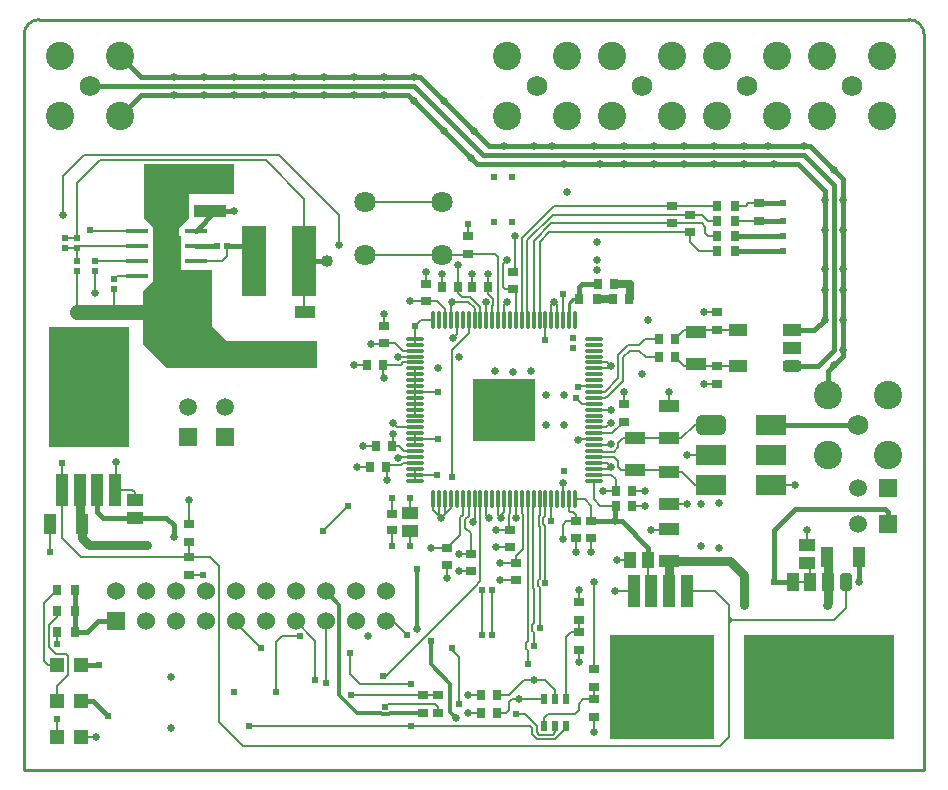
<source format=gtl>
%FSLAX44Y44*%
%MOMM*%
G71*
G01*
G75*
G04 Layer_Physical_Order=1*
G04 Layer_Color=255*
%ADD10R,1.8034X1.1176*%
%ADD11R,5.3000X5.3000*%
%ADD12O,1.6500X0.2700*%
%ADD13O,0.2700X1.6500*%
%ADD14R,1.2700X1.2700*%
%ADD15R,0.7000X0.9000*%
%ADD16R,0.8000X0.9000*%
%ADD17R,0.9000X0.8000*%
%ADD18R,2.5400X1.6510*%
G04:AMPARAMS|DCode=19|XSize=1.651mm|YSize=2.54mm|CornerRadius=0.4128mm|HoleSize=0mm|Usage=FLASHONLY|Rotation=270.000|XOffset=0mm|YOffset=0mm|HoleType=Round|Shape=RoundedRectangle|*
%AMROUNDEDRECTD19*
21,1,1.6510,1.7145,0,0,270.0*
21,1,0.8255,2.5400,0,0,270.0*
1,1,0.8255,-0.8572,-0.4128*
1,1,0.8255,-0.8572,0.4128*
1,1,0.8255,0.8572,0.4128*
1,1,0.8255,0.8572,-0.4128*
%
%ADD19ROUNDEDRECTD19*%
%ADD20R,0.9000X0.7000*%
%ADD21R,1.7000X1.1000*%
%ADD22R,1.0000X2.7000*%
%ADD23R,3.2000X2.7000*%
%ADD24R,0.6096X0.5588*%
%ADD25R,2.6924X1.1176*%
%ADD26R,0.5588X0.6096*%
%ADD27R,2.0000X6.0000*%
%ADD28R,1.4000X1.1000*%
%ADD29R,1.1000X1.7000*%
%ADD30R,1.1000X1.4000*%
G04:AMPARAMS|DCode=31|XSize=1mm|YSize=1.55mm|CornerRadius=0.25mm|HoleSize=0mm|Usage=FLASHONLY|Rotation=270.000|XOffset=0mm|YOffset=0mm|HoleType=Round|Shape=RoundedRectangle|*
%AMROUNDEDRECTD31*
21,1,1.0000,1.0500,0,0,270.0*
21,1,0.5000,1.5500,0,0,270.0*
1,1,0.5000,-0.5250,-0.2500*
1,1,0.5000,-0.5250,0.2500*
1,1,0.5000,0.5250,0.2500*
1,1,0.5000,0.5250,-0.2500*
%
%ADD31ROUNDEDRECTD31*%
%ADD32R,1.5500X1.0000*%
%ADD33R,3.3000X1.8000*%
%ADD34R,1.0000X1.5000*%
G04:AMPARAMS|DCode=35|XSize=1mm|YSize=1.5mm|CornerRadius=0.25mm|HoleSize=0mm|Usage=FLASHONLY|Rotation=180.000|XOffset=0mm|YOffset=0mm|HoleType=Round|Shape=RoundedRectangle|*
%AMROUNDEDRECTD35*
21,1,1.0000,1.0000,0,0,180.0*
21,1,0.5000,1.5000,0,0,180.0*
1,1,0.5000,-0.2500,0.5000*
1,1,0.5000,0.2500,0.5000*
1,1,0.5000,0.2500,-0.5000*
1,1,0.5000,-0.2500,-0.5000*
%
%ADD35ROUNDEDRECTD35*%
%ADD36R,2.3876X3.0988*%
%ADD37R,1.9812X0.4608*%
%ADD38R,0.6000X0.8500*%
%ADD39C,0.2032*%
%ADD40C,0.3048*%
%ADD41C,1.2700*%
%ADD42C,0.4064*%
%ADD43C,0.4277*%
%ADD44C,0.3999*%
%ADD45C,0.4572*%
%ADD46C,0.7620*%
%ADD47C,0.6350*%
%ADD48C,0.2540*%
%ADD49R,6.8580X10.1600*%
%ADD50R,8.8900X8.8900*%
%ADD51R,12.7000X8.8900*%
%ADD52R,1.5240X1.5240*%
%ADD53C,1.5240*%
%ADD54C,1.8000*%
%ADD55C,1.7272*%
%ADD56C,2.4000*%
%ADD57C,1.5000*%
%ADD58R,1.5000X1.5000*%
%ADD59R,1.5000X1.5000*%
%ADD60C,0.6096*%
%ADD61C,0.6350*%
%ADD62C,0.6600*%
%ADD63C,1.0160*%
G36*
X368300Y683260D02*
X330290D01*
Y662940D01*
X321400Y654050D01*
Y618490D01*
X349250D01*
Y571500D01*
X361950Y558800D01*
X438150D01*
Y535940D01*
X311150D01*
X290830Y556260D01*
X290920Y575310D01*
Y600710D01*
X299810Y609600D01*
Y655320D01*
X292190Y662940D01*
Y698500D01*
Y708660D01*
X368300D01*
Y683260D01*
D02*
G37*
D10*
X427990Y552704D02*
D03*
Y582676D02*
D03*
D11*
X596900Y500380D02*
D03*
D12*
X672650Y560380D02*
D03*
Y555380D02*
D03*
Y550380D02*
D03*
Y545380D02*
D03*
Y540380D02*
D03*
Y535380D02*
D03*
Y530380D02*
D03*
Y525380D02*
D03*
Y520380D02*
D03*
Y515380D02*
D03*
Y510380D02*
D03*
Y505380D02*
D03*
Y500380D02*
D03*
Y495380D02*
D03*
Y490380D02*
D03*
Y485380D02*
D03*
Y480380D02*
D03*
Y475380D02*
D03*
Y470380D02*
D03*
Y465380D02*
D03*
Y460380D02*
D03*
Y455380D02*
D03*
Y450380D02*
D03*
Y445380D02*
D03*
Y440380D02*
D03*
X521150D02*
D03*
Y445380D02*
D03*
Y450380D02*
D03*
Y455380D02*
D03*
Y460380D02*
D03*
Y465380D02*
D03*
Y470380D02*
D03*
Y475380D02*
D03*
Y480380D02*
D03*
Y485380D02*
D03*
Y490380D02*
D03*
Y495380D02*
D03*
Y500380D02*
D03*
Y505380D02*
D03*
Y510380D02*
D03*
Y515380D02*
D03*
Y520380D02*
D03*
Y525380D02*
D03*
Y530380D02*
D03*
Y535380D02*
D03*
Y540380D02*
D03*
Y545380D02*
D03*
Y550380D02*
D03*
Y555380D02*
D03*
Y560380D02*
D03*
D13*
X656900Y424630D02*
D03*
X651900D02*
D03*
X646900D02*
D03*
X641900D02*
D03*
X636900D02*
D03*
X631900D02*
D03*
X626900D02*
D03*
X621900D02*
D03*
X616900D02*
D03*
X611900D02*
D03*
X606900D02*
D03*
X601900D02*
D03*
X596900D02*
D03*
X591900D02*
D03*
X586900D02*
D03*
X581900D02*
D03*
X576900D02*
D03*
X571900D02*
D03*
X566900D02*
D03*
X561900D02*
D03*
X556900D02*
D03*
X551900D02*
D03*
X546900D02*
D03*
X541900D02*
D03*
X536900D02*
D03*
Y576130D02*
D03*
X541900D02*
D03*
X546900D02*
D03*
X551900D02*
D03*
X556900D02*
D03*
X561900D02*
D03*
X566900D02*
D03*
X571900D02*
D03*
X576900D02*
D03*
X581900D02*
D03*
X586900D02*
D03*
X591900D02*
D03*
X596900D02*
D03*
X601900D02*
D03*
X606900D02*
D03*
X611900D02*
D03*
X616900D02*
D03*
X621900D02*
D03*
X626900D02*
D03*
X631900D02*
D03*
X636900D02*
D03*
X641900D02*
D03*
X646900D02*
D03*
X651900D02*
D03*
X656900D02*
D03*
D14*
X238760Y223520D02*
D03*
X218440D02*
D03*
X238760Y284480D02*
D03*
X218440D02*
D03*
X238760Y254000D02*
D03*
X218440D02*
D03*
D15*
X218560Y347980D02*
D03*
X233560D02*
D03*
X218560Y330200D02*
D03*
X233560D02*
D03*
X218560Y312420D02*
D03*
X233560D02*
D03*
X675520Y594360D02*
D03*
X660520D02*
D03*
X777360Y647820D02*
D03*
X792360D02*
D03*
X777360Y673220D02*
D03*
X792360D02*
D03*
X777360Y635120D02*
D03*
X792360D02*
D03*
X777360Y660520D02*
D03*
X792360D02*
D03*
D16*
X705500Y431800D02*
D03*
X691500D02*
D03*
X705500Y419100D02*
D03*
X691500D02*
D03*
X577200Y243840D02*
D03*
X591200D02*
D03*
X741680Y544830D02*
D03*
X727680D02*
D03*
X741680Y560070D02*
D03*
X727680D02*
D03*
X690260Y607060D02*
D03*
X676260D02*
D03*
X702960Y594360D02*
D03*
X688960D02*
D03*
X569580Y604520D02*
D03*
X583580D02*
D03*
X544180D02*
D03*
X558180D02*
D03*
X480680Y538480D02*
D03*
X494680D02*
D03*
X483220Y452120D02*
D03*
X497220D02*
D03*
X488300Y469900D02*
D03*
X502300D02*
D03*
X577200Y259080D02*
D03*
X591200D02*
D03*
D17*
X670560Y391780D02*
D03*
Y405780D02*
D03*
X657860Y391780D02*
D03*
Y405780D02*
D03*
X548640Y368920D02*
D03*
Y382920D02*
D03*
X604520Y616600D02*
D03*
Y602600D02*
D03*
X607060Y356220D02*
D03*
Y370220D02*
D03*
X601980Y384160D02*
D03*
Y398160D02*
D03*
X530860Y606440D02*
D03*
Y592440D02*
D03*
X495300Y570880D02*
D03*
Y556880D02*
D03*
X568960Y363840D02*
D03*
Y377840D02*
D03*
X501650Y412130D02*
D03*
Y398130D02*
D03*
D18*
X822960Y436880D02*
D03*
Y462280D02*
D03*
Y487680D02*
D03*
X772160Y436880D02*
D03*
Y462280D02*
D03*
D19*
Y487680D02*
D03*
D20*
X698500Y505340D02*
D03*
Y490340D02*
D03*
X330200Y375800D02*
D03*
Y360800D02*
D03*
Y403740D02*
D03*
Y388740D02*
D03*
X566420Y632580D02*
D03*
Y647580D02*
D03*
X673100Y240030D02*
D03*
Y255030D02*
D03*
Y265430D02*
D03*
Y280430D02*
D03*
X660400Y297300D02*
D03*
Y312300D02*
D03*
Y322700D02*
D03*
Y337700D02*
D03*
X777240Y567810D02*
D03*
Y582810D02*
D03*
Y522090D02*
D03*
Y537090D02*
D03*
X812800Y675520D02*
D03*
Y660520D02*
D03*
X528320Y243960D02*
D03*
Y258960D02*
D03*
X541020Y258960D02*
D03*
Y243960D02*
D03*
X739140Y673100D02*
D03*
Y658100D02*
D03*
X754380Y665480D02*
D03*
Y650480D02*
D03*
D21*
X707750Y476330D02*
D03*
Y449330D02*
D03*
X736600Y476720D02*
D03*
Y503720D02*
D03*
Y420840D02*
D03*
Y447840D02*
D03*
Y372580D02*
D03*
Y399580D02*
D03*
X759460Y538950D02*
D03*
Y565950D02*
D03*
D22*
X222610Y432780D02*
D03*
X237610D02*
D03*
X252610D02*
D03*
X267610D02*
D03*
X751480Y347000D02*
D03*
X736480D02*
D03*
X721480D02*
D03*
X706480D02*
D03*
D23*
X245110Y491780D02*
D03*
X728980Y288000D02*
D03*
D24*
X250190Y626491D02*
D03*
Y618109D02*
D03*
X266700Y611251D02*
D03*
Y602869D02*
D03*
X234950Y626491D02*
D03*
Y618109D02*
D03*
Y645541D02*
D03*
Y637159D02*
D03*
X224790Y645541D02*
D03*
Y637159D02*
D03*
D25*
X347980Y668274D02*
D03*
Y698246D02*
D03*
D26*
X353949Y638810D02*
D03*
X362331D02*
D03*
D27*
X384900Y626110D02*
D03*
X427900D02*
D03*
D28*
X284480Y409060D02*
D03*
Y424060D02*
D03*
X853440Y370960D02*
D03*
Y385960D02*
D03*
X516890Y397750D02*
D03*
Y412750D02*
D03*
D29*
X870420Y375920D02*
D03*
X897420D02*
D03*
X239560Y403860D02*
D03*
X212560D02*
D03*
D30*
X718700Y373380D02*
D03*
X703700D02*
D03*
D31*
X840630Y537450D02*
D03*
D32*
Y552450D02*
D03*
Y567450D02*
D03*
X795130D02*
D03*
Y537450D02*
D03*
D33*
X863600Y291080D02*
D03*
D34*
X841100Y354080D02*
D03*
X856100D02*
D03*
X871100D02*
D03*
D35*
X886100D02*
D03*
D36*
X311150Y632460D02*
D03*
D37*
X335788Y651510D02*
D03*
Y638810D02*
D03*
Y626110D02*
D03*
Y613410D02*
D03*
X286512D02*
D03*
Y626110D02*
D03*
Y638810D02*
D03*
Y651510D02*
D03*
D38*
X649580Y232590D02*
D03*
X640080D02*
D03*
X630580D02*
D03*
Y255090D02*
D03*
X640080D02*
D03*
X649580D02*
D03*
D39*
X496570Y321310D02*
X502920D01*
X514350Y309880D01*
X409194Y308864D02*
X424180D01*
X403860Y303530D02*
X409194Y308864D01*
X403866Y261626D02*
Y290555D01*
X403860Y261620D02*
X403866Y261626D01*
X403860Y290561D02*
Y303530D01*
Y290561D02*
X403866Y290555D01*
X420370Y321310D02*
X436880Y304800D01*
X474980Y267970D02*
X518160D01*
X496677Y275030D02*
X571953Y350306D01*
X528320Y258960D02*
X541020D01*
X436880Y271780D02*
Y304800D01*
X445770Y269240D02*
Y321310D01*
X266700Y582930D02*
Y602869D01*
X234950Y582930D02*
Y618109D01*
X223520Y665480D02*
Y698500D01*
X406400Y716280D02*
X457200Y665480D01*
Y640080D02*
Y665480D01*
X223520Y698500D02*
X241300Y716280D01*
X406400D01*
X552450Y297180D02*
Y298450D01*
Y297180D02*
X558800Y290830D01*
Y251460D02*
Y290830D01*
X646900Y424630D02*
Y438620D01*
X605790Y617870D02*
Y647700D01*
X612068Y576298D02*
Y646033D01*
X616686Y576344D02*
Y642293D01*
X621900Y576130D02*
Y641760D01*
X616686Y642293D02*
Y644139D01*
X621900Y641760D02*
Y643606D01*
X626900Y642140D02*
X635240Y650480D01*
X626900Y576130D02*
Y642140D01*
X330220Y360779D02*
X341630D01*
X330200Y360800D02*
X330220Y360779D01*
X330320Y360680D01*
X218440Y223520D02*
Y238760D01*
X217424Y293878D02*
X226052D01*
X211582Y299720D02*
X217424Y293878D01*
X211582Y299720D02*
Y317753D01*
X207518Y287782D02*
Y336938D01*
X218440Y266700D02*
X227838Y276098D01*
Y292092D01*
X226052Y293878D02*
X227838Y292092D01*
X218560Y302380D02*
Y312420D01*
X218440Y254000D02*
Y266700D01*
X210820Y284480D02*
X218440D01*
X207518Y287782D02*
X210820Y284480D01*
X211582Y317753D02*
X218560Y324731D01*
Y330200D01*
X207518Y336938D02*
X218560Y347980D01*
X691500Y431800D02*
Y441340D01*
X687460Y445380D02*
X691500Y441340D01*
X672650Y445380D02*
X687460D01*
X678180Y419100D02*
X691500D01*
X672650Y424630D02*
X678180Y419100D01*
X672650Y424630D02*
Y440380D01*
X665030Y424630D02*
X670560Y419100D01*
X656900Y424630D02*
X665030D01*
X607060Y370220D02*
Y376429D01*
X594360Y410788D02*
X596900Y413328D01*
X594360Y408940D02*
Y410788D01*
X600837Y399303D02*
X601980Y398160D01*
X600837Y399303D02*
Y411518D01*
X596900Y413328D02*
Y424630D01*
X600837Y411518D02*
X601900Y412581D01*
Y424630D01*
X568960Y377840D02*
Y395620D01*
X564007Y400573D02*
X568960Y395620D01*
X564007Y400573D02*
Y407708D01*
X566900Y410601D01*
Y424630D01*
X570230Y405130D02*
X571900Y406800D01*
Y424630D01*
X497220Y452120D02*
X498617Y453517D01*
X494807Y538607D02*
X509308D01*
X494680Y538480D02*
X494807Y538607D01*
X509308D02*
X511081Y540380D01*
X521150D01*
X495300Y556880D02*
X504840D01*
X511340Y550380D01*
X521150D01*
X621900Y643606D02*
X636394Y658100D01*
X611900Y576130D02*
X612068Y576298D01*
X616686Y576344D02*
X616900Y576130D01*
X696210Y449330D02*
X707750D01*
X693420Y452120D02*
X696210Y449330D01*
X693420Y452120D02*
Y457200D01*
X690240Y460380D02*
X693420Y457200D01*
X672650Y460380D02*
X690240D01*
X673083Y464947D02*
X689648D01*
X672650Y465380D02*
X673083Y464947D01*
X735110Y449330D02*
X736600Y447840D01*
X707750Y449330D02*
X735110D01*
X736210Y476330D02*
X736600Y476720D01*
X707750Y476330D02*
X736210D01*
X758190Y487680D02*
X772160D01*
X746760Y476250D02*
X758190Y487680D01*
X737070Y476250D02*
X746760D01*
X736600Y476720D02*
X737070Y476250D01*
X758190Y436880D02*
X772160D01*
X747230Y447840D02*
X758190Y436880D01*
X736600Y447840D02*
X747230D01*
X749060Y537450D02*
X759570D01*
X741680Y544830D02*
X749060Y537450D01*
Y567450D02*
X759570D01*
X741680Y560070D02*
X749060Y567450D01*
X683900Y540380D02*
X687070Y537210D01*
X659530Y475380D02*
X672650D01*
X659130Y474980D02*
X659530Y475380D01*
X688540Y480380D02*
X698500Y490340D01*
X672650Y480380D02*
X688540D01*
X672650Y485380D02*
X683500D01*
X687070Y488950D01*
X686280Y470380D02*
X687070Y471170D01*
X683810Y455380D02*
X687070Y452120D01*
X672650Y455380D02*
X683810D01*
X672650Y450380D02*
X685330D01*
X687070Y452120D01*
X672650Y470380D02*
X686280D01*
X641900Y576130D02*
Y588730D01*
X638810Y591820D02*
X641900Y588730D01*
X672650Y540380D02*
X683900D01*
X672650Y500380D02*
X687070D01*
X246380Y652780D02*
X247650Y651510D01*
X286512D01*
X224790Y637159D02*
X234950D01*
Y626491D02*
Y637159D01*
X236601Y638810D02*
X286512D01*
X234950Y637159D02*
X236601Y638810D01*
X224790Y645541D02*
X234950D01*
Y692150D02*
X254508Y711708D01*
X222610Y432780D02*
Y455570D01*
Y392070D02*
Y432780D01*
Y392070D02*
X238880Y375800D01*
X362331Y630301D02*
Y638810D01*
X358140Y626110D02*
X362331Y630301D01*
X335788Y626110D02*
X358140D01*
X266700Y611251D02*
X268859Y613410D01*
X286512D01*
X395052Y711708D02*
X427900Y678860D01*
X254508Y711708D02*
X395052D01*
X234950Y645541D02*
Y692150D01*
X427900Y582766D02*
X427990Y582676D01*
X250190Y626491D02*
X250571Y626110D01*
X286512D01*
X551900Y591270D02*
X552450Y591820D01*
X551900Y576130D02*
Y591270D01*
X507280Y545380D02*
X521150D01*
X506730Y544830D02*
X507280Y545380D01*
X250190Y599440D02*
Y618109D01*
X606900Y424630D02*
X607060Y424470D01*
Y408940D02*
Y424470D01*
X591900Y411400D02*
Y424630D01*
Y411400D02*
X594360Y408940D01*
X581900Y411240D02*
Y424630D01*
X507370Y460380D02*
X521150D01*
X506730Y459740D02*
X507370Y460380D01*
X267610Y432780D02*
X267970Y433140D01*
X541900Y410600D02*
Y424630D01*
Y410600D02*
X543560Y408940D01*
X546900Y412280D01*
X551900Y417280D02*
Y424630D01*
X841100Y354080D02*
X856100D01*
Y368300D01*
X853440Y370960D02*
X856100Y368300D01*
X718700Y349780D02*
X721480Y347000D01*
X718700Y349780D02*
Y373380D01*
X775680Y347000D02*
X787400Y335280D01*
X751480Y347000D02*
X775680D01*
X631840Y559420D02*
X631900Y559480D01*
Y576130D01*
X581660Y591820D02*
X581900Y591580D01*
X604520Y602600D02*
X606900Y600220D01*
X591900Y576130D02*
X591947Y576177D01*
X576298Y576732D02*
X576900Y576130D01*
X558180Y599044D02*
X561340Y595884D01*
X558180Y599044D02*
Y604520D01*
X546900Y576130D02*
Y585940D01*
X540400Y592440D02*
X546900Y585940D01*
X530860Y592440D02*
X540400D01*
X646900Y576130D02*
Y598640D01*
X636900Y576130D02*
Y589910D01*
X638810Y591820D01*
X636394Y658100D02*
X739140D01*
X612114Y646033D02*
X639181Y673100D01*
X739140D01*
X635240Y650480D02*
X754380D01*
X777240Y673100D02*
X777360Y673220D01*
X739140Y673100D02*
X777240D01*
X739140Y658100D02*
X764300D01*
X767080Y655320D01*
Y650240D02*
Y655320D01*
Y650240D02*
X769620Y647700D01*
X777240D01*
X777360Y647820D01*
X754380Y642620D02*
Y650480D01*
Y642620D02*
X762000Y635000D01*
X777240D01*
X777360Y635120D01*
X238880Y375800D02*
X330200D01*
X347860D01*
X355600Y368060D01*
X705500Y431800D02*
X705500Y431800D01*
X734860Y419100D02*
X736600Y420840D01*
X751840Y462280D02*
X772160D01*
X698500Y505340D02*
X698620Y505460D01*
X698500Y505340D02*
X698500Y505340D01*
X737070Y420370D02*
X751840D01*
X736600Y420840D02*
X737070Y420370D01*
X721360Y398780D02*
X735800D01*
X736600Y399580D01*
X705500Y419100D02*
X716280D01*
X705500Y419100D02*
X705500Y419100D01*
Y431800D02*
X716280D01*
X705500Y431800D02*
X705500Y431800D01*
X670560Y379730D02*
Y391780D01*
Y379730D02*
X670560Y379730D01*
X657860Y379730D02*
Y391780D01*
Y379730D02*
X657860Y379730D01*
X822960Y436880D02*
X843280D01*
X238760Y223520D02*
X251460D01*
X680720Y431800D02*
X691500D01*
X691500Y431800D01*
X703700Y373380D02*
X703700Y373380D01*
X692150Y373380D02*
X703700D01*
X284480Y424060D02*
Y430530D01*
X267970Y433140D02*
Y455930D01*
X282230Y432780D02*
X284480Y430530D01*
X267610Y432780D02*
X282230D01*
X502920Y470520D02*
Y480060D01*
X502300Y469900D02*
X502920Y470520D01*
X477520Y469900D02*
X488300D01*
X488300Y469900D01*
X561900Y411348D02*
Y424630D01*
X559943Y409391D02*
X561900Y411348D01*
X559943Y394223D02*
Y409391D01*
X548640Y382920D02*
X559943Y394223D01*
X558800Y378460D02*
X568340D01*
X568960Y377840D01*
X660080Y520380D02*
X672650D01*
X659130Y519430D02*
X660080Y520380D01*
X630400Y255270D02*
X630580Y255090D01*
X609600Y255270D02*
X630400D01*
X673100Y255030D02*
Y265430D01*
X630580Y232590D02*
Y239420D01*
X633730Y242570D01*
X656590D01*
X660400Y337700D02*
Y347980D01*
X779780Y215900D02*
X787400Y223520D01*
X375920Y215900D02*
X779780D01*
X660400Y287020D02*
Y297300D01*
X711200Y554990D02*
X716280Y560070D01*
X727680D01*
X716788Y544830D02*
X727680D01*
X711200Y550418D02*
X716788Y544830D01*
X765810Y582930D02*
X777120D01*
X777240Y582810D01*
X765810Y521970D02*
X777120D01*
X777240Y522090D01*
X759460Y565950D02*
X761320Y567810D01*
X777240D01*
X794770D01*
X795130Y567450D01*
X759460Y538950D02*
X761320Y537090D01*
X777240D01*
X794770D01*
X795130Y537450D01*
X853440Y385960D02*
X853440Y385960D01*
X662766Y505380D02*
X672650D01*
X657860Y510286D02*
X662766Y505380D01*
X672650Y510380D02*
X681990D01*
X682418Y510808D01*
X697992Y544830D02*
X703580Y550418D01*
X711200D01*
X693420Y546724D02*
X701686Y554990D01*
X711200D01*
X840630Y567450D02*
X840870Y567690D01*
X886100Y332380D02*
Y354080D01*
X876300Y322580D02*
X886100Y332380D01*
X787400Y322580D02*
X789940D01*
X876300D01*
X787400Y325120D02*
X789940Y322580D01*
X787400Y223520D02*
Y320040D01*
Y335280D01*
Y320040D02*
X789940Y322580D01*
X810500Y673220D02*
X812800Y675520D01*
X792360Y660520D02*
X792360Y660520D01*
X812800D01*
X479310Y631550D02*
X544310D01*
X479310Y676550D02*
X544310D01*
X544180Y604520D02*
Y615330D01*
X530860Y606440D02*
Y617220D01*
Y606440D02*
X530860Y606440D01*
X544310Y631550D02*
X566060D01*
X558180Y604520D02*
Y622950D01*
X517540Y592440D02*
X530860D01*
X548640Y358140D02*
Y368920D01*
Y358140D02*
X548640Y358140D01*
X593710Y356220D02*
X607060D01*
X603250Y255270D02*
X609600D01*
X600710Y252730D02*
X603250Y255270D01*
X600710Y246380D02*
Y252730D01*
X598170Y243840D02*
X600710Y246380D01*
X591200Y243840D02*
X598170D01*
X591200Y259080D02*
X600710D01*
X566420Y259080D02*
X577200D01*
X577200Y259080D01*
X566420Y243840D02*
X577200D01*
X577200Y243840D01*
X483870Y556260D02*
X494680D01*
X495300Y556880D01*
X495300Y570880D02*
X495300Y570880D01*
X469900Y538480D02*
X480680D01*
X480680Y538480D01*
X494680Y527670D02*
X495300Y527050D01*
X494680Y527670D02*
Y538480D01*
X502920Y488950D02*
X506490Y485380D01*
X521150D01*
X330200Y375800D02*
Y388740D01*
X330200Y403740D02*
Y424180D01*
X497220Y452120D02*
X497840Y451500D01*
X472440Y452120D02*
X483220D01*
X472440Y452120D02*
X472440Y452120D01*
X604520Y616600D02*
X605790Y617870D01*
X566420Y632580D02*
X589160D01*
X583580Y598701D02*
Y604520D01*
Y598701D02*
X587883Y594398D01*
X591900Y576130D02*
X591947Y576177D01*
X589160Y632580D02*
X591947Y629793D01*
X581900Y576130D02*
Y591580D01*
X596900Y576130D02*
Y589280D01*
X599440Y591820D01*
X606900Y576130D02*
Y600220D01*
X591947Y576177D02*
Y629793D01*
X571900Y576130D02*
Y586340D01*
X576298Y576732D02*
Y587689D01*
X587883Y589242D02*
Y594398D01*
X586900Y588259D02*
X587883Y589242D01*
X586900Y576130D02*
Y588259D01*
X597550Y602600D02*
X604520D01*
X596011Y604139D02*
X597550Y602600D01*
X596011Y604139D02*
Y623951D01*
X599440Y627380D01*
X583580Y604520D02*
Y615300D01*
X552450Y591820D02*
X566420D01*
X571900Y586340D01*
X561340Y595884D02*
X568103D01*
X576298Y587689D01*
X569580Y604520D02*
Y615330D01*
X754380Y665480D02*
X764540D01*
X769620Y660400D01*
X777240D01*
X777360Y660520D01*
X638027Y665480D02*
X754380D01*
X616686Y644139D02*
X638027Y665480D01*
X698500Y505340D02*
Y515620D01*
X672650Y515380D02*
X681990D01*
X682418Y510808D02*
X683884D01*
X697992Y524916D01*
X681990Y515380D02*
X693420Y526810D01*
X697992Y524916D02*
Y544830D01*
X693420Y526810D02*
Y546724D01*
X672650Y535380D02*
X685240D01*
X687070Y537210D01*
X516890Y412750D02*
Y425450D01*
X501650Y412130D02*
Y425450D01*
X516890Y384810D02*
Y397750D01*
X501650Y398130D02*
X501650Y398130D01*
X566420Y647580D02*
Y657860D01*
X543560Y408940D02*
X551900Y417280D01*
X546900Y412280D02*
Y424630D01*
X535290Y382920D02*
X548640D01*
X536900Y415600D02*
X543560Y408940D01*
X536900Y415600D02*
Y424630D01*
X840850Y354330D02*
X841100Y354080D01*
X690880Y346964D02*
X706444D01*
X853440Y385960D02*
Y398780D01*
X553720Y561340D02*
X556900Y564520D01*
Y576130D01*
X495300Y570880D02*
Y581660D01*
X427900Y582766D02*
Y626110D01*
Y678860D01*
X736600Y503720D02*
Y515620D01*
X521150Y555380D02*
Y571050D01*
Y470380D02*
Y480380D01*
Y440380D02*
Y450380D01*
Y495380D02*
Y535380D01*
Y571050D02*
X526230Y576130D01*
X536900D01*
X212560Y380200D02*
Y403860D01*
X616900Y424630D02*
X617347Y424183D01*
X600710Y259080D02*
X613410Y271780D01*
X631190D01*
X616900Y424630D02*
X617347Y424183D01*
X670560Y405780D02*
Y419100D01*
X673100Y280430D02*
Y354330D01*
X689648Y464947D02*
X693293Y468592D01*
Y472313D01*
X697310Y476330D01*
X707750D01*
X616900Y285430D02*
X617347Y285877D01*
Y296522D01*
X615804Y298065D02*
X617347Y296522D01*
X615804Y298065D02*
Y303115D01*
X617347Y304658D01*
X621900Y300590D02*
Y312129D01*
X620804Y313225D02*
X621900Y312129D01*
X620804Y313225D02*
Y318275D01*
X621900Y319371D01*
X617347Y304658D02*
Y310935D01*
X616740Y311542D02*
X617347Y310935D01*
X616740Y311542D02*
Y319958D01*
X617347Y320565D01*
X586740Y309880D02*
Y347980D01*
X611900Y412901D02*
X613283Y411518D01*
X611900Y412901D02*
Y424630D01*
X607060Y376429D02*
X613283Y382653D01*
X626900Y315750D02*
Y350149D01*
X625804Y351245D02*
X626900Y350149D01*
X625804Y351245D02*
Y356295D01*
X626900Y357391D01*
X621900Y319371D02*
Y349402D01*
X621740Y349562D02*
X621900Y349402D01*
X621740Y424470D02*
X621900Y424630D01*
X541020Y243960D02*
Y248920D01*
X538480Y251460D02*
X541020Y248920D01*
X498890Y251460D02*
X538480D01*
X496460Y249030D02*
X498890Y251460D01*
X577850Y309880D02*
Y347980D01*
X631900Y410651D02*
Y424630D01*
X626900Y357391D02*
Y401402D01*
X626110Y410608D02*
X626900Y411398D01*
Y424630D01*
X631900Y353770D02*
Y402149D01*
X657860Y405780D02*
Y411480D01*
X655320Y414020D02*
X657860Y411480D01*
X652780Y414020D02*
X655320D01*
X651900Y414900D02*
X652780Y414020D01*
X651900Y414900D02*
Y424630D01*
X636270Y406400D02*
X636900Y407030D01*
Y424630D01*
X649580Y230529D02*
Y232590D01*
X619020D02*
X620468Y231141D01*
X380820Y232590D02*
X619020D01*
X660400Y312300D02*
Y322700D01*
X631190Y271780D02*
X640080Y262890D01*
Y255090D02*
Y262890D01*
X630174Y403875D02*
X631900Y402149D01*
X630174Y403875D02*
Y408925D01*
X631900Y410651D01*
X626110Y402192D02*
X626900Y401402D01*
X626110Y402192D02*
Y410608D01*
X621740Y349562D02*
Y424470D01*
X617347Y320565D02*
Y424183D01*
X613283Y382653D02*
Y411518D01*
X593710Y370220D02*
X607060D01*
X589900Y398160D02*
X601980D01*
X581900Y411240D02*
X584200Y408940D01*
X589900Y384160D02*
X601980D01*
X577850Y347980D02*
X578049Y347781D01*
X578049D01*
X571953Y350306D02*
Y350306D01*
X494740Y275030D02*
X496677D01*
X571953Y350306D02*
X576900Y355253D01*
Y424630D01*
X558800Y363840D02*
X568960D01*
X566900Y565630D02*
Y576130D01*
X552450Y551180D02*
X566900Y565630D01*
X552450Y443230D02*
Y551180D01*
X501650Y384810D02*
Y398130D01*
X521150Y515380D02*
X540780D01*
X497840Y440690D02*
Y451500D01*
X521150Y475380D02*
X540620D01*
X521150Y445380D02*
X540140D01*
X502300Y469900D02*
X508000D01*
X512520Y465380D01*
X521150D01*
X498617Y453517D02*
X509308D01*
X511171Y455380D01*
X521150D01*
X443230Y397510D02*
X464820Y419100D01*
X466090Y294420D02*
X466200Y294530D01*
X466090Y276860D02*
Y294420D01*
Y276860D02*
X474980Y267970D01*
X528320Y258960D02*
X528320Y258960D01*
X467480Y258960D02*
X528320D01*
X467380Y258860D02*
X467480Y258960D01*
X355600Y236220D02*
X375920Y215900D01*
X355600Y236220D02*
Y368060D01*
X640278Y221228D02*
X649580Y230529D01*
X640080Y227330D02*
Y232590D01*
X638042Y225292D02*
X640080Y227330D01*
X624634Y221228D02*
X640278D01*
X620468Y225394D02*
Y231141D01*
Y225394D02*
X624634Y221228D01*
X626317Y225292D02*
X638042D01*
X624532Y227078D02*
X626317Y225292D01*
X624532Y227078D02*
Y232825D01*
X614787Y242570D02*
X624532Y232825D01*
X649580Y255090D02*
Y307950D01*
X653930Y312300D01*
X660400D01*
X607060Y242570D02*
X614787D01*
X656590D02*
X660400Y246380D01*
Y251460D01*
X663970Y255030D01*
X673100D01*
Y227330D02*
Y240030D01*
X649620Y405780D02*
X657860D01*
X646430Y402590D02*
X649620Y405780D01*
X646430Y391160D02*
Y402590D01*
X369570Y320040D02*
Y321310D01*
Y320040D02*
X391160Y298450D01*
X792360Y673220D02*
X801490D01*
X803790Y675520D01*
X812800D01*
D40*
X499195Y242426D02*
X500729Y243960D01*
X528320D01*
X493725Y242426D02*
X499195D01*
X492310Y243840D02*
X493725Y242426D01*
X472440Y243840D02*
X492310D01*
X457200Y259080D02*
X472440Y243840D01*
X457200Y259080D02*
Y335280D01*
X445770Y346710D02*
X457200Y335280D01*
X551180Y244602D02*
X556514Y239268D01*
X551180Y244602D02*
Y268478D01*
X534814Y284844D02*
X551180Y268478D01*
X534814Y284844D02*
Y304546D01*
X523240Y314960D02*
Y365760D01*
D41*
X234950Y582930D02*
X298450D01*
D42*
X897420Y354800D02*
Y375920D01*
X584200Y723900D02*
X855980D01*
X883920Y695960D01*
X571500Y736600D02*
X584200Y723900D01*
X574040Y708660D02*
X845820D01*
X515620Y767080D02*
X574040Y708660D01*
X845820D02*
X868680Y685800D01*
X840630Y567450D02*
X859550D01*
X868680Y576580D01*
Y685800D01*
X871220Y513080D02*
Y533400D01*
X883920Y546100D01*
Y695960D01*
X525780Y782320D02*
X571500Y736600D01*
X289560Y782320D02*
X525780D01*
X317500Y767080D02*
X515620D01*
X233560Y312420D02*
Y347980D01*
Y312420D02*
X243840D01*
X252730Y321310D01*
X267970D01*
X248920Y254000D02*
X261620Y241300D01*
X238760Y254000D02*
X248920D01*
X238760Y284480D02*
X254000D01*
X718700Y373380D02*
Y383660D01*
X670560Y405780D02*
X696580D01*
X695930D02*
X696580D01*
X252610Y414140D02*
Y432780D01*
Y414140D02*
X257690Y409060D01*
X284480D01*
X311030D01*
X317500Y402590D01*
Y392430D02*
Y402590D01*
X825500Y354330D02*
X840850D01*
X690880Y405780D02*
Y418480D01*
X691500Y419100D01*
X825500Y354330D02*
Y398780D01*
X843280Y416560D01*
X919480D01*
X922020Y414020D01*
Y403860D02*
Y414020D01*
X271780Y800100D02*
X276860D01*
X427900Y626110D02*
X447040D01*
X696580Y405780D02*
X718700Y383660D01*
X271780Y800100D02*
X289560Y782320D01*
X271780Y749300D02*
X289560Y767080D01*
X317500D01*
D43*
X792360Y635120D02*
X833000D01*
X792360Y647820D02*
X833000D01*
X812920Y660400D02*
X833120D01*
X812800Y660520D02*
X812920Y660400D01*
X812800Y675520D02*
X833000D01*
D44*
X850900Y716280D02*
X876300Y690880D01*
X579120Y716280D02*
X850900D01*
X566420Y728980D02*
X579120Y716280D01*
X822960Y487680D02*
X896620D01*
X876300Y551180D02*
Y690880D01*
X430530Y774700D02*
X520700D01*
X566420Y728980D01*
X862570Y537450D02*
X876300Y551180D01*
X840630Y537450D02*
X862570D01*
X246380Y774700D02*
X430530D01*
D45*
X362331Y638810D02*
X386080D01*
X335788Y651510D02*
X352552Y668274D01*
X368300D01*
X335788Y638810D02*
X353949D01*
X660520Y594360D02*
Y604400D01*
X663180Y607060D01*
X676260D01*
D46*
X871100Y354080D02*
Y375800D01*
X239560Y391630D02*
X245110Y386080D01*
X239560Y391630D02*
Y403860D01*
X245110Y386080D02*
X294640D01*
X237610Y405810D02*
X239560Y403860D01*
X237610Y405810D02*
Y432780D01*
X871100Y336430D02*
Y354080D01*
X869950Y335280D02*
X871100Y336430D01*
X800100Y335280D02*
Y360680D01*
X788200Y372580D02*
X800100Y360680D01*
X736600Y372580D02*
X788200D01*
X736600Y347120D02*
Y372580D01*
X736480Y347000D02*
X736600Y346880D01*
D47*
X675520Y594360D02*
X688960D01*
X690260Y607060D02*
X690260Y607060D01*
X703580Y594980D02*
Y607060D01*
X702960Y594360D02*
X703580Y594980D01*
X690260Y607060D02*
X703580D01*
D48*
X655320Y594360D02*
X660520D01*
X651900Y576130D02*
Y590940D01*
X655320Y594360D01*
X952500Y817880D02*
G03*
X939800Y830580I-12700J0D01*
G01*
X203200D02*
G03*
X190500Y817880I0J-12700D01*
G01*
X203200Y830580D02*
X939800D01*
X952500Y195580D02*
Y817880D01*
X190500Y195580D02*
Y817880D01*
Y195580D02*
X952500D01*
D49*
X245110Y519430D02*
D03*
D50*
X730250Y265430D02*
D03*
D51*
X863600D02*
D03*
D52*
X267970Y321310D02*
D03*
D53*
Y346710D02*
D03*
X293370Y321310D02*
D03*
Y346710D02*
D03*
X318770Y321310D02*
D03*
Y346710D02*
D03*
X344170Y321310D02*
D03*
Y346710D02*
D03*
X369570Y321310D02*
D03*
Y346710D02*
D03*
X394970Y321310D02*
D03*
Y346710D02*
D03*
X420370Y321310D02*
D03*
Y346710D02*
D03*
X445770Y321310D02*
D03*
Y346710D02*
D03*
X471170Y321310D02*
D03*
Y346710D02*
D03*
X496570Y321310D02*
D03*
Y346710D02*
D03*
D54*
X479310Y676550D02*
D03*
X544310D02*
D03*
Y631550D02*
D03*
X479310D02*
D03*
D55*
X896620Y487680D02*
D03*
X246380Y774700D02*
D03*
X624840D02*
D03*
X713740D02*
D03*
X802640D02*
D03*
X891540D02*
D03*
D56*
X922020Y462280D02*
D03*
X871220Y513080D02*
D03*
X922020D02*
D03*
X871220Y462280D02*
D03*
X220980Y800100D02*
D03*
X271780Y749300D02*
D03*
X220980D02*
D03*
X271780Y800100D02*
D03*
X650240Y749300D02*
D03*
X599440Y800100D02*
D03*
Y749300D02*
D03*
X650240Y800100D02*
D03*
X739140Y749300D02*
D03*
X688340Y800100D02*
D03*
Y749300D02*
D03*
X739140Y800100D02*
D03*
X828040Y749300D02*
D03*
X777240Y800100D02*
D03*
Y749300D02*
D03*
X828040Y800100D02*
D03*
X916940Y749300D02*
D03*
X866140Y800100D02*
D03*
Y749300D02*
D03*
X916940Y800100D02*
D03*
D57*
X328930Y502920D02*
D03*
X360680D02*
D03*
X896620Y403860D02*
D03*
Y434340D02*
D03*
D58*
X328930Y477520D02*
D03*
X360680D02*
D03*
D59*
X922020Y403860D02*
D03*
Y434340D02*
D03*
D60*
X368300Y261620D02*
D03*
X424180Y308864D02*
D03*
X403860Y261620D02*
D03*
X518160Y267970D02*
D03*
X445770Y269240D02*
D03*
X534814Y304546D02*
D03*
X523240Y365760D02*
D03*
X833000Y635120D02*
D03*
Y647820D02*
D03*
X833120Y660400D02*
D03*
X833000Y675520D02*
D03*
X514350Y309880D02*
D03*
X552450Y298450D02*
D03*
X558800Y251460D02*
D03*
X341630Y360779D02*
D03*
X218440Y238760D02*
D03*
X218560Y302380D02*
D03*
X294640Y386080D02*
D03*
X246380Y652780D02*
D03*
X222610Y455570D02*
D03*
X631840Y559420D02*
D03*
X646900Y598640D02*
D03*
X261620Y241300D02*
D03*
X254000Y284480D02*
D03*
X380820Y232590D02*
D03*
X659130Y519430D02*
D03*
X657860Y510286D02*
D03*
X518160Y232410D02*
D03*
X647700Y448310D02*
D03*
X516890Y425450D02*
D03*
X501650Y425450D02*
D03*
X516890Y384810D02*
D03*
X603250Y659130D02*
D03*
X588010D02*
D03*
X588010Y697230D02*
D03*
X603250D02*
D03*
X566420Y657860D02*
D03*
X825500Y354330D02*
D03*
X655320Y561340D02*
D03*
Y552450D02*
D03*
X521150Y571050D02*
D03*
X212560Y380200D02*
D03*
X616900Y285430D02*
D03*
X496460Y249030D02*
D03*
X621900Y300590D02*
D03*
X626900Y315750D02*
D03*
X586740Y309880D02*
D03*
X631900Y353770D02*
D03*
X577850Y309880D02*
D03*
X636270Y406400D02*
D03*
X586740Y347980D02*
D03*
X578049Y347781D02*
D03*
X552450Y443230D02*
D03*
X464820Y419100D02*
D03*
X501650Y384810D02*
D03*
X540140Y445380D02*
D03*
X540620Y475380D02*
D03*
X540780Y515380D02*
D03*
X443230Y397510D02*
D03*
X494740Y275030D02*
D03*
X467380Y258860D02*
D03*
X466200Y294530D02*
D03*
X607060Y242570D02*
D03*
X391160Y298450D02*
D03*
X436880Y271780D02*
D03*
D61*
X556514Y239268D02*
D03*
X523240Y314960D02*
D03*
X457200Y640080D02*
D03*
X223520Y665480D02*
D03*
X883920Y619760D02*
D03*
X876300Y703580D02*
D03*
X637540Y723900D02*
D03*
X678180Y708660D02*
D03*
X850900Y723900D02*
D03*
X568960Y713740D02*
D03*
X596900Y723900D02*
D03*
X622300D02*
D03*
X673100D02*
D03*
X698500D02*
D03*
X723900D02*
D03*
X749300D02*
D03*
X774700D02*
D03*
X800100D02*
D03*
X820420D02*
D03*
X883920Y678180D02*
D03*
X868680D02*
D03*
X825500Y708660D02*
D03*
X800100D02*
D03*
X774700D02*
D03*
X749300D02*
D03*
X723900D02*
D03*
X698500D02*
D03*
X647700D02*
D03*
X876300Y538480D02*
D03*
X883920Y576580D02*
D03*
Y551180D02*
D03*
Y601980D02*
D03*
Y652780D02*
D03*
X868680Y576580D02*
D03*
Y601980D02*
D03*
Y619760D02*
D03*
Y652780D02*
D03*
X605790Y647700D02*
D03*
X687070Y500380D02*
D03*
Y537210D02*
D03*
X659130Y474980D02*
D03*
X687070Y452120D02*
D03*
Y488950D02*
D03*
X368300Y668274D02*
D03*
X506730Y544830D02*
D03*
X250190Y599440D02*
D03*
X257810Y557530D02*
D03*
X245110D02*
D03*
X257810Y544830D02*
D03*
X245110D02*
D03*
X257810Y532130D02*
D03*
X245110D02*
D03*
Y519430D02*
D03*
X232410Y557530D02*
D03*
Y544830D02*
D03*
Y532130D02*
D03*
Y519430D02*
D03*
X607060Y408940D02*
D03*
X570230Y405130D02*
D03*
X257810Y519430D02*
D03*
X698500Y228600D02*
D03*
X711200D02*
D03*
X723900D02*
D03*
X736600D02*
D03*
X749300D02*
D03*
X762000D02*
D03*
X698500Y241300D02*
D03*
X711200D02*
D03*
X723900D02*
D03*
X736600D02*
D03*
X749300D02*
D03*
X762000D02*
D03*
X698500Y254000D02*
D03*
X711200D02*
D03*
X723900D02*
D03*
X736600D02*
D03*
X749300D02*
D03*
X762000D02*
D03*
Y266700D02*
D03*
X749300D02*
D03*
X736600D02*
D03*
X723900D02*
D03*
X711200D02*
D03*
X698500D02*
D03*
Y279400D02*
D03*
Y292100D02*
D03*
X762000Y279400D02*
D03*
Y292100D02*
D03*
X812800Y233680D02*
D03*
X825500D02*
D03*
X838200D02*
D03*
X850900D02*
D03*
X863600D02*
D03*
X876300D02*
D03*
X889000D02*
D03*
X901700D02*
D03*
X914400D02*
D03*
X812800Y246380D02*
D03*
X825500D02*
D03*
X838200D02*
D03*
X850900D02*
D03*
X863600D02*
D03*
X876300D02*
D03*
X889000D02*
D03*
X901700D02*
D03*
X914400D02*
D03*
X812800Y259080D02*
D03*
Y271780D02*
D03*
Y284480D02*
D03*
Y297180D02*
D03*
X825500D02*
D03*
Y284480D02*
D03*
Y271780D02*
D03*
Y259080D02*
D03*
X838200Y297180D02*
D03*
Y284480D02*
D03*
Y271780D02*
D03*
Y259080D02*
D03*
X850900D02*
D03*
X863600D02*
D03*
X876300D02*
D03*
X889000D02*
D03*
X901700D02*
D03*
X914400D02*
D03*
X850900Y271780D02*
D03*
X863600D02*
D03*
X876300D02*
D03*
X889000D02*
D03*
X901700D02*
D03*
X914400D02*
D03*
X889000Y284480D02*
D03*
X901700D02*
D03*
X914400D02*
D03*
X889000Y297180D02*
D03*
X901700D02*
D03*
X914400D02*
D03*
X690880Y346964D02*
D03*
X703580Y607060D02*
D03*
X632460Y487680D02*
D03*
X552450Y591820D02*
D03*
X638810D02*
D03*
X675640Y642620D02*
D03*
X314960Y274320D02*
D03*
X657860Y379730D02*
D03*
X751840Y462280D02*
D03*
X843280Y436880D02*
D03*
X716280Y431800D02*
D03*
Y419100D02*
D03*
X721360Y398780D02*
D03*
X751840Y420370D02*
D03*
X251460Y223520D02*
D03*
X680720Y431800D02*
D03*
X267970Y455930D02*
D03*
X502920Y480060D02*
D03*
X477520Y469900D02*
D03*
X558800Y378460D02*
D03*
X647700Y487680D02*
D03*
X632460Y513080D02*
D03*
X317500Y392430D02*
D03*
X660400Y347980D02*
D03*
X314960Y231140D02*
D03*
X609600Y255270D02*
D03*
X622300Y271780D02*
D03*
X660400Y287020D02*
D03*
X673100Y227330D02*
D03*
X765810Y521970D02*
D03*
Y582930D02*
D03*
X736600Y515620D02*
D03*
X800100Y335280D02*
D03*
X869950D02*
D03*
X713740Y530860D02*
D03*
X718820Y576580D02*
D03*
X763270Y384810D02*
D03*
X778510Y383540D02*
D03*
Y421640D02*
D03*
X763270Y420370D02*
D03*
X530860Y617220D02*
D03*
X544180Y615330D02*
D03*
X517540Y592440D02*
D03*
X558180Y622950D02*
D03*
X548640Y358140D02*
D03*
X593710Y356220D02*
D03*
X535290Y382920D02*
D03*
X604520Y532384D02*
D03*
X619760Y533400D02*
D03*
X566420Y243840D02*
D03*
X483870Y556260D02*
D03*
X469900Y538480D02*
D03*
X495300Y527050D02*
D03*
X502920Y488950D02*
D03*
X330200Y424180D02*
D03*
X472440Y452120D02*
D03*
X599440Y591820D02*
D03*
X581660D02*
D03*
X583580Y615300D02*
D03*
X569580Y615330D02*
D03*
X599440Y627380D02*
D03*
X650240Y684530D02*
D03*
X698500Y515620D02*
D03*
X543560Y408940D02*
D03*
X690880Y405780D02*
D03*
X897420Y354800D02*
D03*
X853440Y398780D02*
D03*
X558800Y544830D02*
D03*
X553720Y561340D02*
D03*
X495300Y581660D02*
D03*
X675640Y618490D02*
D03*
Y627380D02*
D03*
X541020Y535940D02*
D03*
X566420Y259080D02*
D03*
X692150Y373380D02*
D03*
X647700Y513080D02*
D03*
X670560Y379730D02*
D03*
X687070Y471170D02*
D03*
X673100Y354330D02*
D03*
X646430Y391160D02*
D03*
X646900Y438620D02*
D03*
X593710Y370220D02*
D03*
X584200Y408940D02*
D03*
X594360D02*
D03*
X589900Y398160D02*
D03*
X589900Y384160D02*
D03*
X558800Y363840D02*
D03*
X481330Y308610D02*
D03*
X589280Y533400D02*
D03*
X506730Y459740D02*
D03*
X497840Y440690D02*
D03*
X311150Y632460D02*
D03*
X306070Y697230D02*
D03*
X317500D02*
D03*
X302260Y589280D02*
D03*
X312420D02*
D03*
X322580D02*
D03*
Y579120D02*
D03*
X312420D02*
D03*
X302260D02*
D03*
X317500Y767080D02*
D03*
X342900D02*
D03*
X368300D02*
D03*
X393700D02*
D03*
X419100D02*
D03*
X444500D02*
D03*
X469900D02*
D03*
X495300D02*
D03*
X520700Y762000D02*
D03*
X546100Y736600D02*
D03*
X571500D02*
D03*
X520700Y782320D02*
D03*
X444500D02*
D03*
X546100Y762000D02*
D03*
X495300Y782320D02*
D03*
X469900D02*
D03*
X393700D02*
D03*
X368300D02*
D03*
X419100D02*
D03*
X342900D02*
D03*
X317500D02*
D03*
D62*
X590900Y518380D02*
D03*
X578900D02*
D03*
X602900Y506380D02*
D03*
X590900D02*
D03*
Y494380D02*
D03*
X578900Y506380D02*
D03*
Y494380D02*
D03*
Y482380D02*
D03*
X590900D02*
D03*
X602900D02*
D03*
Y494380D02*
D03*
Y518380D02*
D03*
X614900Y482380D02*
D03*
Y494380D02*
D03*
Y506380D02*
D03*
Y518380D02*
D03*
D63*
X447040Y626110D02*
D03*
M02*

</source>
